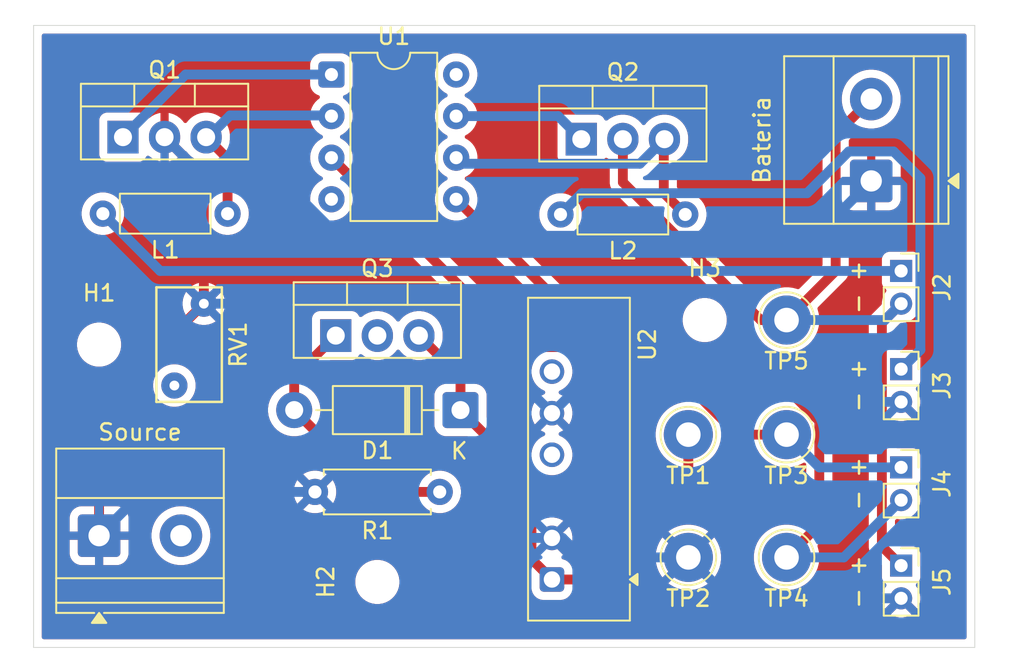
<source format=kicad_pcb>
(kicad_pcb (version 20241229) (generator "pcbnew") (generator_version "9.0")
  (layers (0 "F.Cu" signal) (4 "In1.Cu" signal) (6 "In2.Cu" signal) (2 "B.Cu" signal) (13 "F.Paste" user) (15 "B.Paste" user) (5 "F.SilkS" user "F.Silkscreen") (7 "B.SilkS" user "B.Silkscreen") (1 "F.Mask" user) (3 "B.Mask" user) (25 "Edge.Cuts" user))
  (net 0 "")
  (net 1 "Net-(D1-A)")
  (net 2 "Net-(D1-K)")
  (net 3 "GND")
  (net 4 "Net-(J1-Pin_2)")
  (net 5 "Net-(J2-Pin_1)")
  (net 6 "Net-(J3-Pin_1)")
  (net 7 "Net-(J4-Pin_1)")
  (net 8 "Net-(J4-Pin_2)")
  (net 9 "Net-(J6-Pin_2)")
  (net 10 "Net-(Q1-E)")
  (net 11 "Net-(Q2-E)")
  (net 12 "Net-(Q1-B)")
  (net 13 "Net-(Q2-B)")
  (net 14 "+")
  (net 15 "-")
  (footprint "TestPoint:TestPoint_Loop_D2.54mm_Drill1.5mm_Beaded" (layer "F.Cu") (at 135 106)
    (property "Reference" "TP4" (at 0 2.5 0) (layer "F.SilkS"))
    (property "Value" "TestDescarga")
    (fp_circle (center 0 0) (end 1.7 0) (stroke (width 0.12)) (fill no) (layer "F.SilkS"))
    (pad "1" thru_hole circle (at 0 0) (size 3 3) (drill 1.5) (layers "*.Cu" "*.Mask") (net 8 "Net-(J4-Pin_2)"))
  )
  (footprint "Varistor:RV_Disc_D7mm_W4mm_P5mm" (layer "F.Cu") (at 97.6 95.5 90)
    (property "Reference" "RV1" (at 2.5 3.9 90) (layer "F.SilkS"))
    (property "Value" "Varistor")
    (fp_line (start 6 -1.1) (end 6 2.9) (stroke (width 0.15)) (layer "F.SilkS"))
    (fp_line (start -1 -1.1) (end 6 -1.1) (stroke (width 0.15)) (layer "F.SilkS"))
    (fp_line (start -1 -1.1) (end -1 2.9) (stroke (width 0.15)) (layer "F.SilkS"))
    (fp_line (start -1 2.9) (end 6 2.9) (stroke (width 0.15)) (layer "F.SilkS"))
    (pad "1" thru_hole circle (at 0 0 90) (size 1.6 1.6) (drill 0.6) (layers "*.Cu" "*.Mask") (net 9 "Net-(J6-Pin_2)"))
    (pad "2" thru_hole circle (at 5 1.8 90) (size 1.6 1.6) (drill 0.6) (layers "*.Cu" "*.Mask") (net 3 "GND"))
  )
  (footprint "MountingHole:MountingHole_2.2mm_M2" (layer "F.Cu") (at 110 107.5 90)
    (property "Reference" "H2" (at 0 -3.15 90) (layer "F.SilkS"))
    (property "Value" "MountingHole")
    (pad "" np_thru_hole circle (at 0 0 90) (size 2.2 2.2) (drill 2.2) (layers "*.Cu" "*.Mask"))
  )
  (footprint "Connector_PinSocket_2.00mm:PinSocket_1x02_P2.00mm_Vertical" (layer "F.Cu") (at 142 94.5)
    (property "Reference" "J3" (at 2.5 1 90) (layer "F.SilkS"))
    (property "Value" "Conn_01x02_Socket")
    (fp_line (start -1.06 1) (end -1.06 3.06) (stroke (width 0.12)) (layer "F.SilkS"))
    (fp_line (start -1.06 1) (end 1.06 1) (stroke (width 0.12)) (layer "F.SilkS"))
    (fp_line (start -1.06 3.06) (end 1.06 3.06) (stroke (width 0.12)) (layer "F.SilkS"))
    (fp_line (start 0 -1.06) (end 1.06 -1.06) (stroke (width 0.12)) (layer "F.SilkS"))
    (fp_line (start 1.06 -1.06) (end 1.06 0) (stroke (width 0.12)) (layer "F.SilkS"))
    (fp_line (start 1.06 1) (end 1.06 3.06) (stroke (width 0.12)) (layer "F.SilkS"))
    (pad "1" thru_hole rect (at 0 0) (size 1.35 1.35) (drill 0.8) (layers "*.Cu" "*.Mask") (net 6 "Net-(J3-Pin_1)"))
    (pad "2" thru_hole circle (at 0 2) (size 1.35 1.35) (drill 0.8) (layers "*.Cu" "*.Mask") (net 3 "GND"))
  )
  (footprint "Converter_DCDC:Converter_DCDC_TRACO_TBA1-xxxxE_Dual_THT" (layer "F.Cu") (at 120.6675 107.35 180)
    (property "Reference" "U2" (at -5.8325 14.35 90) (layer "F.SilkS"))
    (property "Value" "TBA1-0521E")
    (fp_line (start 1.46 17.21) (end -4.76 17.21) (stroke (width 0.12)) (layer "F.SilkS"))
    (fp_line (start 1.46 -2.51) (end 1.46 17.21) (stroke (width 0.12)) (layer "F.SilkS"))
    (fp_line (start -4.76 17.21) (end -4.76 0.296) (stroke (width 0.12)) (layer "F.SilkS"))
    (fp_line (start -4.76 -0.296) (end -4.76 -2.51) (stroke (width 0.12)) (layer "F.SilkS"))
    (fp_line (start -4.76 -2.51) (end 1.46 -2.51) (stroke (width 0.12)) (layer "F.SilkS"))
    (fp_poly (pts (xy -4.76 0) (xy -5.23 0.34) (xy -5.23 -0.34)) (stroke (width 0.12)) (fill yes) (layer "F.SilkS"))
    (pad "1" thru_hole roundrect (at 0 0 180) (size 1.5 1.5) (drill 1) (layers "*.Cu" "*.Mask") (roundrect_rratio 0.166667) (net 2 "Net-(D1-K)"))
    (pad "2" thru_hole circle (at 0 2.54 180) (size 1.5 1.5) (drill 1) (layers "*.Cu" "*.Mask") (net 3 "GND"))
    (pad "4" thru_hole circle (at 0 7.62 180) (size 1.5 1.5) (drill 1) (layers "*.Cu" "*.Mask") (net 15 "-"))
    (pad "5" thru_hole circle (at 0 10.16 180) (size 1.5 1.5) (drill 1) (layers "*.Cu" "*.Mask") (net 3 "GND"))
    (pad "6" thru_hole circle (at 0 12.7 180) (size 1.5 1.5) (drill 1) (layers "*.Cu" "*.Mask") (net 14 "+"))
  )
  (footprint "TestPoint:TestPoint_Loop_D2.54mm_Drill1.5mm_Beaded" (layer "F.Cu") (at 135 91.5)
    (property "Reference" "TP5" (at 0 2.5 0) (layer "F.SilkS"))
    (property "Value" "TestBateria")
    (fp_circle (center 0 0) (end 1.7 0) (stroke (width 0.12)) (fill no) (layer "F.SilkS"))
    (pad "1" thru_hole circle (at 0 0) (size 3 3) (drill 1.5) (layers "*.Cu" "*.Mask") (net 4 "Net-(J1-Pin_2)"))
  )
  (footprint "TestPoint:TestPoint_Loop_D2.54mm_Drill1.5mm_Beaded" (layer "F.Cu") (at 129 106)
    (property "Reference" "TP2" (at 0 2.5 0) (layer "F.SilkS"))
    (property "Value" "TestGND")
    (fp_circle (center 0 0) (end 1.7 0) (stroke (width 0.12)) (fill no) (layer "F.SilkS"))
    (pad "1" thru_hole circle (at 0 0) (size 3 3) (drill 1.5) (layers "*.Cu" "*.Mask") (net 3 "GND"))
  )
  (footprint "TestPoint:TestPoint_Loop_D2.54mm_Drill1.5mm_Beaded" (layer "F.Cu") (at 129 98.5)
    (property "Reference" "TP1" (at 0 2.5 0) (layer "F.SilkS"))
    (property "Value" "TestIn")
    (fp_circle (center 0 0) (end 1.7 0) (stroke (width 0.12)) (fill no) (layer "F.SilkS"))
    (pad "1" thru_hole circle (at 0 0) (size 3 3) (drill 1.5) (layers "*.Cu" "*.Mask") (net 2 "Net-(D1-K)"))
  )
  (footprint "Inductor_THT:L_Axial_L5.3mm_D2.2mm_P7.62mm_Horizontal_Vishay_IM-1" (layer "F.Cu") (at 128.81 85.05 180)
    (property "Reference" "L2" (at 3.81 -2.22 0) (layer "F.SilkS"))
    (property "Value" "L")
    (fp_rect (start 1.04 -1.22) (end 6.58 1.22) (stroke (width 0.12)) (fill no) (layer "F.SilkS"))
    (pad "1" thru_hole circle (at 0 0 180) (size 1.6 1.6) (drill 0.8) (layers "*.Cu" "*.Mask") (net 11 "Net-(Q2-E)"))
    (pad "2" thru_hole circle (at 7.62 0 180) (size 1.6 1.6) (drill 0.8) (layers "*.Cu" "*.Mask") (net 6 "Net-(J3-Pin_1)"))
  )
  (footprint "Connector_PinSocket_2.00mm:PinSocket_1x02_P2.00mm_Vertical" (layer "F.Cu") (at 142 88.5)
    (property "Reference" "J2" (at 2.5 1 90) (layer "F.SilkS"))
    (property "Value" "Conn_01x02_Socket")
    (fp_line (start -1.06 1) (end -1.06 3.06) (stroke (width 0.12)) (layer "F.SilkS"))
    (fp_line (start -1.06 1) (end 1.06 1) (stroke (width 0.12)) (layer "F.SilkS"))
    (fp_line (start -1.06 3.06) (end 1.06 3.06) (stroke (width 0.12)) (layer "F.SilkS"))
    (fp_line (start 0 -1.06) (end 1.06 -1.06) (stroke (width 0.12)) (layer "F.SilkS"))
    (fp_line (start 1.06 -1.06) (end 1.06 0) (stroke (width 0.12)) (layer "F.SilkS"))
    (fp_line (start 1.06 1) (end 1.06 3.06) (stroke (width 0.12)) (layer "F.SilkS"))
    (pad "1" thru_hole rect (at 0 0) (size 1.35 1.35) (drill 0.8) (layers "*.Cu" "*.Mask") (net 5 "Net-(J2-Pin_1)"))
    (pad "2" thru_hole circle (at 0 2) (size 1.35 1.35) (drill 0.8) (layers "*.Cu" "*.Mask") (net 4 "Net-(J1-Pin_2)"))
  )
  (footprint "Resistor_THT:R_Axial_DIN0207_L6.3mm_D2.5mm_P7.62mm_Horizontal" (layer "F.Cu") (at 113.81 102 180)
    (property "Reference" "R1" (at 3.81 -2.37 0) (layer "F.SilkS"))
    (property "Value" "100k")
    (fp_line (start 7.08 1.37) (end 7.08 1.04) (stroke (width 0.12)) (layer "F.SilkS"))
    (fp_line (start 7.08 -1.37) (end 7.08 -1.04) (stroke (width 0.12)) (layer "F.SilkS"))
    (fp_line (start 0.54 1.37) (end 7.08 1.37) (stroke (width 0.12)) (layer "F.SilkS"))
    (fp_line (start 0.54 1.04) (end 0.54 1.37) (stroke (width 0.12)) (layer "F.SilkS"))
    (fp_line (start 0.54 -1.04) (end 0.54 -1.37) (stroke (width 0.12)) (layer "F.SilkS"))
    (fp_line (start 0.54 -1.37) (end 7.08 -1.37) (stroke (width 0.12)) (layer "F.SilkS"))
    (pad "1" thru_hole circle (at 0 0 180) (size 1.6 1.6) (drill 0.8) (layers "*.Cu" "*.Mask") (net 1 "Net-(D1-A)"))
    (pad "2" thru_hole circle (at 7.62 0 180) (size 1.6 1.6) (drill 0.8) (layers "*.Cu" "*.Mask") (net 3 "GND"))
  )
  (footprint "MountingHole:MountingHole_2.2mm_M2" (layer "F.Cu") (at 130 91.5)
    (property "Reference" "H3" (at 0 -3.15 0) (layer "F.SilkS"))
    (property "Value" "MountingHole")
    (pad "" np_thru_hole circle (at 0 0) (size 2.2 2.2) (drill 2.2) (layers "*.Cu" "*.Mask"))
  )
  (footprint "TestPoint:TestPoint_Loop_D2.54mm_Drill1.5mm_Beaded" (layer "F.Cu") (at 135 98.5)
    (property "Reference" "TP3" (at 0 2.5 0) (layer "F.SilkS"))
    (property "Value" "TestCarga")
    (fp_circle (center 0 0) (end 1.7 0) (stroke (width 0.12)) (fill no) (layer "F.SilkS"))
    (pad "1" thru_hole circle (at 0 0) (size 3 3) (drill 1.5) (layers "*.Cu" "*.Mask") (net 7 "Net-(J4-Pin_1)"))
  )
  (footprint "Package_DIP:DIP-8_W7.62mm" (layer "F.Cu") (at 107.195 76.5)
    (property "Reference" "U1" (at 3.81 -2.33 0) (layer "F.SilkS"))
    (property "Value" "LM353")
    (fp_line (start 1.16 -1.33) (end 1.16 8.95) (stroke (width 0.12)) (layer "F.SilkS"))
    (fp_line (start 1.16 8.95) (end 6.46 8.95) (stroke (width 0.12)) (layer "F.SilkS"))
    (fp_line (start 2.81 -1.33) (end 1.16 -1.33) (stroke (width 0.12)) (layer "F.SilkS"))
    (fp_line (start 6.46 -1.33) (end 4.81 -1.33) (stroke (width 0.12)) (layer "F.SilkS"))
    (fp_line (start 6.46 8.95) (end 6.46 -1.33) (stroke (width 0.12)) (layer "F.SilkS"))
    (fp_arc (start 4.81 -1.33) (mid 3.81 -0.33) (end 2.81 -1.33) (stroke (width 0.12)) (layer "F.SilkS"))
    (pad "1" thru_hole roundrect (at 0 0) (size 1.6 1.6) (drill 0.8) (layers "*.Cu" "*.Mask") (roundrect_rratio 0.15625) (net 12 "Net-(Q1-B)"))
    (pad "2" thru_hole circle (at 0 2.54) (size 1.6 1.6) (drill 0.8) (layers "*.Cu" "*.Mask") (net 10 "Net-(Q1-E)"))
    (pad "3" thru_hole circle (at 0 5.08) (size 1.6 1.6) (drill 0.8) (layers "*.Cu" "*.Mask") (net 7 "Net-(J4-Pin_1)"))
    (pad "4" thru_hole circle (at 0 7.62) (size 1.6 1.6) (drill 0.8) (layers "*.Cu" "*.Mask") (net 15 "-"))
    (pad "5" thru_hole circle (at 7.62 7.62) (size 1.6 1.6) (drill 0.8) (layers "*.Cu" "*.Mask") (net 8 "Net-(J4-Pin_2)"))
    (pad "6" thru_hole circle (at 7.62 5.08) (size 1.6 1.6) (drill 0.8) (layers "*.Cu" "*.Mask") (net 11 "Net-(Q2-E)"))
    (pad "7" thru_hole circle (at 7.62 2.54) (size 1.6 1.6) (drill 0.8) (layers "*.Cu" "*.Mask") (net 13 "Net-(Q2-B)"))
    (pad "8" thru_hole circle (at 7.62 0) (size 1.6 1.6) (drill 0.8) (layers "*.Cu" "*.Mask") (net 14 "+"))
  )
  (footprint "TerminalBlock_Phoenix:TerminalBlock_Phoenix_MKDS-1,5-2_1x02_P5.00mm_Horizontal" (layer "F.Cu") (at 140.1725 83 90)
    (property "Reference" "Bateria" (at 2.5 -6.6725 90) (layer "F.SilkS"))
    (property "Value" "Screw_Terminal_01x02")
    (fp_line (start 7.62 -5.32) (end 7.62 4.72) (stroke (width 0.12)) (layer "F.SilkS"))
    (fp_line (start -2.62 -5.32) (end 7.62 -5.32) (stroke (width 0.12)) (layer "F.SilkS"))
    (fp_line (start -2.62 -2.3) (end 7.62 -2.3) (stroke (width 0.12)) (layer "F.SilkS"))
    (fp_line (start -2.62 2.6) (end 7.62 2.6) (stroke (width 0.12)) (layer "F.SilkS"))
    (fp_line (start -2.62 4.1) (end 7.62 4.1) (stroke (width 0.12)) (layer "F.SilkS"))
    (fp_line (start 7.62 4.72) (end 0.3 4.72) (stroke (width 0.12)) (layer "F.SilkS"))
    (fp_line (start -0.3 4.72) (end -2.62 4.72) (stroke (width 0.12)) (layer "F.SilkS"))
    (fp_line (start -2.62 4.72) (end -2.62 -5.32) (stroke (width 0.12)) (layer "F.SilkS"))
    (fp_poly (pts (xy 0 4.72) (xy 0.44 5.33) (xy -0.44 5.33)) (stroke (width 0.12)) (fill yes) (layer "F.SilkS"))
    (pad "1" thru_hole roundrect (at 0 0 90) (size 2.6 2.6) (drill 1.3) (layers "*.Cu" "*.Mask") (roundrect_rratio 0.096154) (net 3 "GND"))
    (pad "2" thru_hole circle (at 5 0 90) (size 2.6 2.6) (drill 1.3) (layers "*.Cu" "*.Mask") (net 4 "Net-(J1-Pin_2)"))
  )
  (footprint "TerminalBlock_Phoenix:TerminalBlock_Phoenix_MKDS-1,5-2_1x02_P5.00mm_Horizontal" (layer "F.Cu") (at 93 104.6725)
    (property "Reference" "Source" (at 2.5 -6.32 0) (layer "F.SilkS"))
    (property "Value" "Screw_Terminal_01x02")
    (fp_line (start -2.62 -5.32) (end 7.62 -5.32) (stroke (width 0.12)) (layer "F.SilkS"))
    (fp_line (start -2.62 -2.3) (end 7.62 -2.3) (stroke (width 0.12)) (layer "F.SilkS"))
    (fp_line (start -2.62 2.6) (end 7.62 2.6) (stroke (width 0.12)) (layer "F.SilkS"))
    (fp_line (start -2.62 4.1) (end 7.62 4.1) (stroke (width 0.12)) (layer "F.SilkS"))
    (fp_line (start -2.62 4.72) (end -2.62 -5.32) (stroke (width 0.12)) (layer "F.SilkS"))
    (fp_line (start -0.3 4.72) (end -2.62 4.72) (stroke (width 0.12)) (layer "F.SilkS"))
    (fp_line (start 7.62 -5.32) (end 7.62 4.72) (stroke (width 0.12)) (layer "F.SilkS"))
    (fp_line (start 7.62 4.72) (end 0.3 4.72) (stroke (width 0.12)) (layer "F.SilkS"))
    (fp_poly (pts (xy 0 4.72) (xy 0.44 5.33) (xy -0.44 5.33)) (stroke (width 0.12)) (fill yes) (layer "F.SilkS"))
    (pad "1" thru_hole roundrect (at 0 0) (size 2.6 2.6) (drill 1.3) (layers "*.Cu" "*.Mask") (roundrect_rratio 0.096154) (net 3 "GND"))
    (pad "2" thru_hole circle (at 5 0) (size 2.6 2.6) (drill 1.3) (layers "*.Cu" "*.Mask") (net 9 "Net-(J6-Pin_2)"))
  )
  (footprint "Inductor_THT:L_Axial_L5.3mm_D2.2mm_P7.62mm_Horizontal_Vishay_IM-1" (layer "F.Cu") (at 100.85 85 180)
    (property "Reference" "L1" (at 3.81 -2.22 0) (layer "F.SilkS"))
    (property "Value" "L")
    (fp_rect (start 1.04 -1.22) (end 6.58 1.22) (stroke (width 0.12)) (fill no) (layer "F.SilkS"))
    (pad "1" thru_hole circle (at 0 0 180) (size 1.6 1.6) (drill 0.8) (layers "*.Cu" "*.Mask") (net 10 "Net-(Q1-E)"))
    (pad "2" thru_hole circle (at 7.62 0 180) (size 1.6 1.6) (drill 0.8) (layers "*.Cu" "*.Mask") (net 5 "Net-(J2-Pin_1)"))
  )
  (footprint "Package_TO_SOT_THT:TO-220-3_Vertical" (layer "F.Cu") (at 107.46 92.45)
    (property "Reference" "Q3" (at 2.54 -4.1 0) (layer "F.SilkS"))
    (property "Value" "IRF9540N")
    (fp_line (start -2.57 -3.26) (end 7.65 -3.26) (stroke (width 0.12)) (layer "F.SilkS"))
    (fp_line (start -2.57 -1.88) (end 7.65 -1.88) (stroke (width 0.12)) (layer "F.SilkS"))
    (fp_line (start -2.57 1.36) (end -2.57 -3.26) (stroke (width 0.12)) (layer "F.SilkS"))
    (fp_line (start 0.69 -3.26) (end 0.69 -1.88) (stroke (width 0.12)) (layer "F.SilkS"))
    (fp_line (start 4.39 -3.26) (end 4.39 -1.88) (stroke (width 0.12)) (layer "F.SilkS"))
    (fp_line (start 7.65 -3.26) (end 7.65 1.36) (stroke (width 0.12)) (layer "F.SilkS"))
    (fp_line (start 7.65 1.36) (end -2.57 1.36) (stroke (width 0.12)) (layer "F.SilkS"))
    (pad "1" thru_hole rect (at 0 0) (size 1.905 2) (drill 1.1) (layers "*.Cu" "*.Mask") (net 1 "Net-(D1-A)"))
    (pad "2" thru_hole oval (at 2.54 0) (size 1.905 2) (drill 1.1) (layers "*.Cu" "*.Mask") (net 9 "Net-(J6-Pin_2)"))
    (pad "3" thru_hole oval (at 5.08 0) (size 1.905 2) (drill 1.1) (layers "*.Cu" "*.Mask") (net 2 "Net-(D1-K)"))
  )
  (footprint "MountingHole:MountingHole_2.2mm_M2" (layer "F.Cu") (at 93 93)
    (property "Reference" "H1" (at 0 -3.15 0) (layer "F.SilkS"))
    (property "Value" "MountingHole")
    (pad "" np_thru_hole circle (at 0 0) (size 2.2 2.2) (drill 2.2) (layers "*.Cu" "*.Mask"))
  )
  (footprint "Connector_PinSocket_2.00mm:PinSocket_1x02_P2.00mm_Vertical" (layer "F.Cu") (at 142 100.5)
    (property "Reference" "J4" (at 2.5 1 90) (layer "F.SilkS"))
    (property "Value" "Conn_01x02_Socket")
    (fp_line (start -1.06 1) (end -1.06 3.06) (stroke (width 0.12)) (layer "F.SilkS"))
    (fp_line (start -1.06 1) (end 1.06 1) (stroke (width 0.12)) (layer "F.SilkS"))
    (fp_line (start -1.06 3.06) (end 1.06 3.06) (stroke (width 0.12)) (layer "F.SilkS"))
    (fp_line (start 0 -1.06) (end 1.06 -1.06) (stroke (width 0.12)) (layer "F.SilkS"))
    (fp_line (start 1.06 -1.06) (end 1.06 0) (stroke (width 0.12)) (layer "F.SilkS"))
    (fp_line (start 1.06 1) (end 1.06 3.06) (stroke (width 0.12)) (layer "F.SilkS"))
    (pad "1" thru_hole rect (at 0 0) (size 1.35 1.35) (drill 0.8) (layers "*.Cu" "*.Mask") (net 7 "Net-(J4-Pin_1)"))
    (pad "2" thru_hole circle (at 0 2) (size 1.35 1.35) (drill 0.8) (layers "*.Cu" "*.Mask") (net 8 "Net-(J4-Pin_2)"))
  )
  (footprint "Diode_THT:D_DO-41_SOD81_P10.16mm_Horizontal" (layer "F.Cu") (at 115.08 97 180)
    (property "Reference" "D1" (at 5.08 -2.47 0) (layer "F.SilkS"))
    (property "Value" "1N47xxA")
    (fp_line (start 8.82 0) (end 7.8 0) (stroke (width 0.12)) (layer "F.SilkS"))
    (fp_line (start 3.38 -1.47) (end 3.38 1.47) (stroke (width 0.12)) (layer "F.SilkS"))
    (fp_line (start 3.26 -1.47) (end 3.26 1.47) (stroke (width 0.12)) (layer "F.SilkS"))
    (fp_line (start 3.14 -1.47) (end 3.14 1.47) (stroke (width 0.12)) (layer "F.SilkS"))
    (fp_line (start 1.34 0) (end 2.36 0) (stroke (width 0.12)) (layer "F.SilkS"))
    (fp_rect (start 2.36 -1.47) (end 7.8 1.47) (stroke (width 0.12)) (fill no) (layer "F.SilkS"))
    (fp_text user "K" (at 0.08 -2.5 0) (layer "F.SilkS"))
    (pad "1" thru_hole roundrect (at 0 0 180) (size 2.2 2.2) (drill 1.1) (layers "*.Cu" "*.Mask") (roundrect_rratio 0.113636) (net 2 "Net-(D1-K)"))
    (pad "2" thru_hole circle (at 10.16 0 180) (size 2.2 2.2) (drill 1.1) (layers "*.Cu" "*.Mask") (net 1 "Net-(D1-A)"))
  )
  (footprint "Connector_PinSocket_2.00mm:PinSocket_1x02_P2.00mm_Vertical" (layer "F.Cu") (at 142 106.5)
    (property "Reference" "J5" (at 2.5 1 90) (layer "F.SilkS"))
    (property "Value" "Conn_01x02_Socket")
    (fp_line (start -1.06 1) (end -1.06 3.06) (stroke (width 0.12)) (layer "F.SilkS"))
    (fp_line (start -1.06 1) (end 1.06 1) (stroke (width 0.12)) (layer "F.SilkS"))
    (fp_line (start -1.06 3.06) (end 1.06 3.06) (stroke (width 0.12)) (layer "F.SilkS"))
    (fp_line (start 0 -1.06) (end 1.06 -1.06) (stroke (width 0.12)) (layer "F.SilkS"))
    (fp_line (start 1.06 -1.06) (end 1.06 0) (stroke (width 0.12)) (layer "F.SilkS"))
    (fp_line (start 1.06 1) (end 1.06 3.06) (stroke (width 0.12)) (layer "F.SilkS"))
    (pad "1" thru_hole rect (at 0 0) (size 1.35 1.35) (drill 0.8) (layers "*.Cu" "*.Mask") (net 4 "Net-(J1-Pin_2)"))
    (pad "2" thru_hole circle (at 0 2) (size 1.35 1.35) (drill 0.8) (layers "*.Cu" "*.Mask") (net 3 "GND"))
  )
  (footprint "Package_TO_SOT_THT:TO-220-3_Vertical" (layer "F.Cu") (at 122.46 80.45)
    (property "Reference" "Q2" (at 2.54 -4.1 0) (layer "F.SilkS"))
    (property "Value" "TIP120")
    (fp_line (start -2.57 -3.26) (end 7.65 -3.26) (stroke (width 0.12)) (layer "F.SilkS"))
    (fp_line (start -2.57 -1.88) (end 7.65 -1.88) (stroke (width 0.12)) (layer "F.SilkS"))
    (fp_line (start -2.57 1.36) (end -2.57 -3.26) (stroke (width 0.12)) (layer "F.SilkS"))
    (fp_line (start 0.69 -3.26) (end 0.69 -1.88) (stroke (width 0.12)) (layer "F.SilkS"))
    (fp_line (start 4.39 -3.26) (end 4.39 -1.88) (stroke (width 0.12)) (layer "F.SilkS"))
    (fp_line (start 7.65 -3.26) (end 7.65 1.36) (stroke (width 0.12)) (layer "F.SilkS"))
    (fp_line (start 7.65 1.36) (end -2.57 1.36) (stroke (width 0.12)) (layer "F.SilkS"))
    (pad "1" thru_hole rect (at 0 0) (size 1.905 2) (drill 1.1) (layers "*.Cu" "*.Mask") (net 13 "Net-(Q2-B)"))
    (pad "2" thru_hole oval (at 2.54 0) (size 1.905 2) (drill 1.1) (layers "*.Cu" "*.Mask") (net 4 "Net-(J1-Pin_2)"))
    (pad "3" thru_hole oval (at 5.08 0) (size 1.905 2) (drill 1.1) (layers "*.Cu" "*.Mask") (net 11 "Net-(Q2-E)"))
  )
  (footprint "Package_TO_SOT_THT:TO-220-3_Vertical" (layer "F.Cu") (at 94.46 80.325)
    (property "Reference" "Q1" (at 2.54 -4.1 0) (layer "F.SilkS"))
    (property "Value" "TIP120")
    (fp_line (start -2.57 -3.26) (end 7.65 -3.26) (stroke (width 0.12)) (layer "F.SilkS"))
    (fp_line (start -2.57 -1.88) (end 7.65 -1.88) (stroke (width 0.12)) (layer "F.SilkS"))
    (fp_line (start -2.57 1.36) (end -2.57 -3.26) (stroke (width 0.12)) (layer "F.SilkS"))
    (fp_line (start 0.69 -3.26) (end 0.69 -1.88) (stroke (width 0.12)) (layer "F.SilkS"))
    (fp_line (start 4.39 -3.26) (end 4.39 -1.88) (stroke (width 0.12)) (layer "F.SilkS"))
    (fp_line (start 7.65 -3.26) (end 7.65 1.36) (stroke (width 0.12)) (layer "F.SilkS"))
    (fp_line (start 7.65 1.36) (end -2.57 1.36) (stroke (width 0.12)) (layer "F.SilkS"))
    (pad "1" thru_hole rect (at 0 0) (size 1.905 2) (drill 1.1) (layers "*.Cu" "*.Mask") (net 12 "Net-(Q1-B)"))
    (pad "2" thru_hole oval (at 2.54 0) (size 1.905 2) (drill 1.1) (layers "*.Cu" "*.Mask") (net 3 "GND"))
    (pad "3" thru_hole oval (at 5.08 0) (size 1.905 2) (drill 1.1) (layers "*.Cu" "*.Mask") (net 10 "Net-(Q1-E)"))
  )
  (gr_line (start 89 111.5) (end 89 73.5) (stroke (width 0.05)) (layer "Edge.Cuts"))
  (gr_line (start 146.5 73.5) (end 146.5 111.5) (stroke (width 0.05)) (layer "Edge.Cuts"))
  (gr_line (start 89 73.5) (end 146.5 73.5) (stroke (width 0.05)) (layer "Edge.Cuts"))
  (gr_line (start 146.5 111.5) (end 89 111.5) (stroke (width 0.05)) (layer "Edge.Cuts"))
  (gr_text "+ -\n" (at 139.5 95.5 270) (layer "F.SilkS") (effects (font (size 1 1))))
  (gr_text "+ -\n" (at 139.5 101.5 270) (layer "F.SilkS") (effects (font (size 1 1))))
  (gr_text "+ -\n" (at 139.5 107.5 270) (layer "F.SilkS") (effects (font (size 1 1))))
  (gr_text "+ -\n" (at 139.5 89.5 270) (layer "F.SilkS") (effects (font (size 1 1))))
  (segment (start 104.92 97) (end 104.92 94.99) (width 0.6) (layer "F.Cu") (net 1))
  (segment (start 109.92 102) (end 104.92 97) (width 0.6) (layer "F.Cu") (net 1))
  (segment (start 104.92 94.99) (end 107.46 92.45) (width 0.6) (layer "F.Cu") (net 1))
  (segment (start 113.81 102) (end 109.92 102) (width 0.6) (layer "F.Cu") (net 1))
  (segment (start 115.08 97) (end 115.08 94.99) (width 0.6) (layer "F.Cu") (net 2))
  (segment (start 123.15 107.35) (end 129 101.5) (width 0.6) (layer "F.Cu") (net 2))
  (segment (start 120.6675 107.35) (end 119.4165 106.099) (width 0.6) (layer "F.Cu") (net 2))
  (segment (start 119.4165 106.099) (end 119.4165 101.3365) (width 0.6) (layer "F.Cu") (net 2))
  (segment (start 115.08 94.99) (end 112.54 92.45) (width 0.6) (layer "F.Cu") (net 2))
  (segment (start 129 101.5) (end 129 98.5) (width 0.6) (layer "F.Cu") (net 2))
  (segment (start 119.4165 101.3365) (end 115.08 97) (width 0.6) (layer "F.Cu") (net 2))
  (segment (start 120.6675 107.35) (end 123.15 107.35) (width 0.6) (layer "F.Cu") (net 2))
  (segment (start 93 104.6725) (end 93 96.9) (width 0.6) (layer "F.Cu") (net 3))
  (segment (start 99.4 82.725) (end 97 80.325) (width 0.6) (layer "F.Cu") (net 3))
  (segment (start 99.4 90.5) (end 99.4 82.725) (width 0.6) (layer "F.Cu") (net 3))
  (segment (start 93 96.9) (end 99.4 90.5) (width 0.6) (layer "F.Cu") (net 3))
  (segment (start 109 104.81) (end 120.6675 104.81) (width 0.6) (layer "B.Cu") (net 3))
  (segment (start 95.6725 102) (end 106.19 102) (width 0.6) (layer "B.Cu") (net 3))
  (segment (start 131.5 108.5) (end 142 108.5) (width 0.6) (layer "B.Cu") (net 3))
  (segment (start 97 80.325) (end 98.675 82) (width 0.6) (layer "B.Cu") (net 3))
  (segment (start 106.19 102) (end 109 104.81) (width 0.6) (layer "B.Cu") (net 3))
  (segment (start 93 104.6725) (end 95.6725 102) (width 0.6) (layer "B.Cu") (net 3))
  (segment (start 121.31 104.81) (end 122.5 106) (width 0.6) (layer "B.Cu") (net 3))
  (segment (start 138.5 96.5) (end 142 96.5) (width 0.6) (layer "B.Cu") (net 3))
  (segment (start 129 106) (end 131.5 108.5) (width 0.6) (layer "B.Cu") (net 3))
  (segment (start 122.8575 95) (end 137 95) (width 0.6) (layer "B.Cu") (net 3))
  (segment (start 137 95) (end 138.5 96.5) (width 0.6) (layer "B.Cu") (net 3))
  (segment (start 136.8215 86.351) (end 140.1725 83) (width 0.6) (layer "B.Cu") (net 3))
  (segment (start 122.5 106) (end 129 106) (width 0.6) (layer "B.Cu") (net 3))
  (segment (start 107.586108 86.351) (end 136.8215 86.351) (width 0.6) (layer "B.Cu") (net 3))
  (segment (start 103.235108 82) (end 107.586108 86.351) (width 0.6) (layer "B.Cu") (net 3))
  (segment (start 99.4 90.5) (end 113.9775 90.5) (width 0.6) (layer "B.Cu") (net 3))
  (segment (start 113.9775 90.5) (end 120.6675 97.19) (width 0.6) (layer "B.Cu") (net 3))
  (segment (start 98.675 82) (end 103.235108 82) (width 0.6) (layer "B.Cu") (net 3))
  (segment (start 120.6675 104.81) (end 121.31 104.81) (width 0.6) (layer "B.Cu") (net 3))
  (segment (start 120.6675 97.19) (end 122.8575 95) (width 0.6) (layer "B.Cu") (net 3))
  (segment (start 125 80.45) (end 125 83.079892) (width 0.6) (layer "F.Cu") (net 4))
  (segment (start 138 88.5) (end 135 91.5) (width 0.6) (layer "F.Cu") (net 4))
  (segment (start 140.824 91.676) (end 142 90.5) (width 0.6) (layer "F.Cu") (net 4))
  (segment (start 138 80.1725) (end 138 88.5) (width 0.6) (layer "F.Cu") (net 4))
  (segment (start 140.1725 78) (end 138 80.1725) (width 0.6) (layer "F.Cu") (net 4))
  (segment (start 142 106.5) (end 140.824 105.324) (width 0.6) (layer "F.Cu") (net 4))
  (segment (start 133.420108 91.5) (end 135 91.5) (width 0.6) (layer "F.Cu") (net 4))
  (segment (start 140.824 105.324) (end 140.824 91.676) (width 0.6) (layer "F.Cu") (net 4))
  (segment (start 125 83.079892) (end 133.420108 91.5) (width 0.6) (layer "F.Cu") (net 4))
  (segment (start 141 91.5) (end 135 91.5) (width 0.6) (layer "B.Cu") (net 4))
  (segment (start 142 90.5) (end 141 91.5) (width 0.6) (layer "B.Cu") (net 4))
  (segment (start 96.73 88.5) (end 142 88.5) (width 0.6) (layer "B.Cu") (net 5))
  (segment (start 93.23 85) (end 96.73 88.5) (width 0.6) (layer "B.Cu") (net 5))
  (segment (start 121.19 85.05) (end 122.491 83.749) (width 0.6) (layer "B.Cu") (net 6))
  (segment (start 143.176 93.324) (end 142 94.5) (width 0.6) (layer "B.Cu") (net 6))
  (segment (start 143.176 82.834498) (end 143.176 93.324) (width 0.6) (layer "B.Cu") (net 6))
  (segment (start 136.254498 83.749) (end 138.804498 81.199) (width 0.6) (layer "B.Cu") (net 6))
  (segment (start 138.804498 81.199) (end 141.540502 81.199) (width 0.6) (layer "B.Cu") (net 6))
  (segment (start 122.491 83.749) (end 136.254498 83.749) (width 0.6) (layer "B.Cu") (net 6))
  (segment (start 141.540502 81.199) (end 143.176 82.834498) (width 0.6) (layer "B.Cu") (net 6))
  (segment (start 132 98.5) (end 135 98.5) (width 0.6) (layer "F.Cu") (net 7))
  (segment (start 118.766 93.151) (end 126.651 93.151) (width 0.6) (layer "F.Cu") (net 7))
  (segment (start 107.195 81.58) (end 118.766 93.151) (width 0.6) (layer "F.Cu") (net 7))
  (segment (start 126.651 93.151) (end 132 98.5) (width 0.6) (layer "F.Cu") (net 7))
  (segment (start 142 100.5) (end 137 100.5) (width 0.6) (layer "B.Cu") (net 7))
  (segment (start 137 100.5) (end 135 98.5) (width 0.6) (layer "B.Cu") (net 7))
  (segment (start 122.695 92) (end 114.815 84.12) (width 0.6) (layer "F.Cu") (net 8))
  (segment (start 130.5 95.5) (end 127 92) (width 0.6) (layer "F.Cu") (net 8))
  (segment (start 135 106) (end 137.001 103.999) (width 0.6) (layer "F.Cu") (net 8))
  (segment (start 127 92) (end 122.695 92) (width 0.6) (layer "F.Cu") (net 8))
  (segment (start 137.001 97.671158) (end 134.829842 95.5) (width 0.6) (layer "F.Cu") (net 8))
  (segment (start 137.001 103.999) (end 137.001 97.671158) (width 0.6) (layer "F.Cu") (net 8))
  (segment (start 134.829842 95.5) (end 130.5 95.5) (width 0.6) (layer "F.Cu") (net 8))
  (segment (start 138.5 106) (end 135 106) (width 0.6) (layer "B.Cu") (net 8))
  (segment (start 142 102.5) (end 138.5 106) (width 0.6) (layer "B.Cu") (net 8))
  (segment (start 100.85 81.635) (end 99.54 80.325) (width 0.6) (layer "F.Cu") (net 10))
  (segment (start 100.85 85) (end 100.85 81.635) (width 0.6) (layer "F.Cu") (net 10))
  (segment (start 101 79) (end 107.155 79) (width 0.6) (layer "B.Cu") (net 10))
  (segment (start 99.675 80.325) (end 101 79) (width 0.6) (layer "B.Cu") (net 10))
  (segment (start 99.54 80.325) (end 99.675 80.325) (width 0.6) (layer "B.Cu") (net 10))
  (segment (start 107.155 79) (end 107.195 79.04) (width 0.6) (layer "B.Cu") (net 10))
  (segment (start 127.5 83.74) (end 127.5 80.49) (width 0.6) (layer "F.Cu") (net 11))
  (segment (start 127.5 80.49) (end 127.54 80.45) (width 0.6) (layer "F.Cu") (net 11))
  (segment (start 128.81 85.05) (end 127.5 83.74) (width 0.6) (layer "F.Cu") (net 11))
  (segment (start 126.039 81.951) (end 127.54 80.45) (width 0.6) (layer "B.Cu") (net 11))
  (segment (start 115.186 81.951) (end 126.039 81.951) (width 0.6) (layer "B.Cu") (net 11))
  (segment (start 114.815 81.58) (end 115.186 81.951) (width 0.6) (layer "B.Cu") (net 11))
  (segment (start 94.46 80.325) (end 98.285 76.5) (width 0.6) (layer "B.Cu") (net 12))
  (segment (start 98.285 76.5) (end 107.195 76.5) (width 0.6) (layer "B.Cu") (net 12))
  (segment (start 121.05 79.04) (end 122.46 80.45) (width 0.6) (layer "B.Cu") (net 13))
  (segment (start 114.815 79.04) (end 121.05 79.04) (width 0.6) (layer "B.Cu") (net 13))
  (zone (net 3) (net_name "GND") (layer "F.Cu") (connect_pads (clearance 0.5)) (min_thickness 0.25) (fill yes (thermal_gap 0.5) (thermal_bridge_width 0.5))
    (polygon (pts (xy 146.5 73.5) (xy 89 73.5) (xy 89 111.5) (xy 146.5 111.5)))
  )
  (zone (net 3) (net_name "GND") (layer "B.Cu") (priority 3) (connect_pads (clearance 0.5)) (min_thickness 0.25) (fill yes (thermal_gap 0.5) (thermal_bridge_width 0.5))
    (polygon (pts (xy 146.5 73.5) (xy 89 73.5) (xy 89 111.5) (xy 146.5 111.5)))
  )
)
</source>
